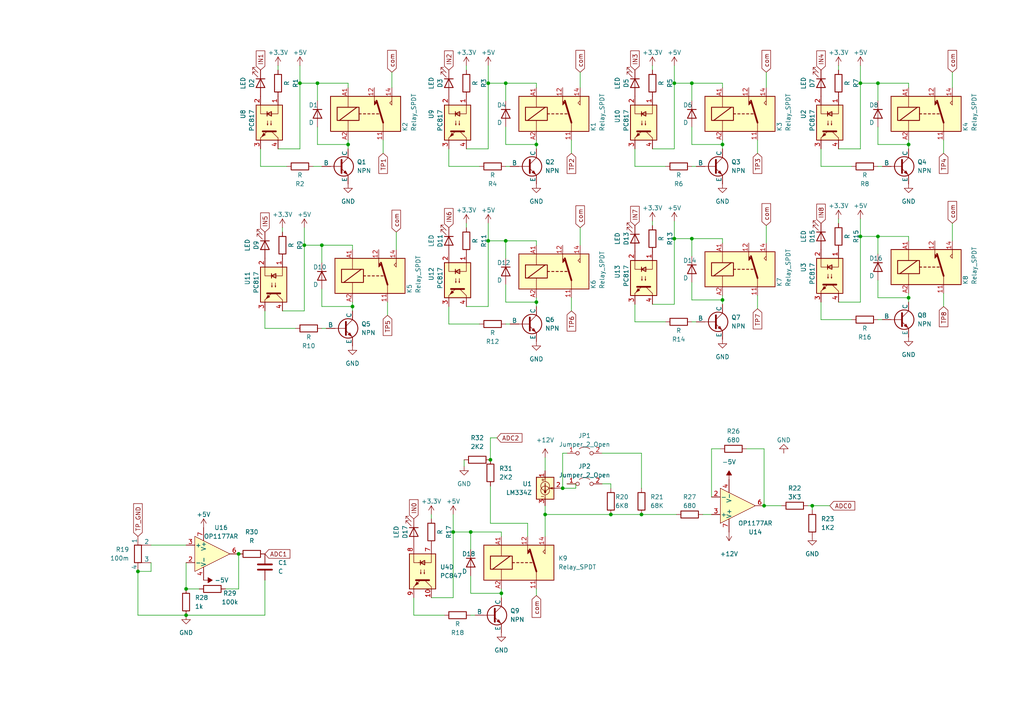
<source format=kicad_sch>
(kicad_sch (version 20230121) (generator eeschema)
  (paper "A4")
  (lib_symbols
    (symbol "Amplifier_Operational:OP1177AR" (pin_names (offset 0.127))
      (property "Reference" "U" (at 5.08 5.08 0))
      (property "Value" "OP1177AR" (at 7.62 2.54 0))
      (symbol "OP1177AR_1_1"
        (pin no_connect line (at -5.08 0 0) (length 3.81) hide (name "NC") (number "1"))
        (pin input line (at -7.62 -2.54 0) (length 2.54) (name "-") (number "2"))
        (pin input line (at -7.62 2.54 0) (length 2.54) (name "+") (number "3"))
        (pin power_in line (at -2.54 -7.62 90) (length 3.81) (name "V-") (number "4"))
        (pin no_connect line (at 0 -2.54 90) (length 3.81) hide (name "NC") (number "5"))
        (pin output line (at 7.62 0 180) (length 2.54) (name "~") (number "6"))
        (pin power_in line (at -2.54 7.62 270) (length 3.81) (name "V+") (number "7"))
        (pin no_connect line (at 0 2.54 270) (length 3.81) hide (name "NC") (number "8"))
      )
    )
    (symbol "Device:C" (pin_numbers hide) (pin_names (offset 0.254))
      (property "Reference" "C" (at 0.635 2.54 0))
      (property "Value" "C" (at 0.635 -2.54 0))
      (symbol "C_1_1"
        (pin passive line (at 0 3.81 270) (length 2.794) (name "~") (number "1"))
        (pin passive line (at 0 -3.81 90) (length 2.794) (name "~") (number "2"))
      )
    )
    (symbol "Device:D" (pin_numbers hide) (pin_names (offset 1.016) hide)
      (property "Reference" "D" (at 0 2.54 0))
      (property "Value" "D" (at 0 -2.54 0))
      (symbol "D_1_1"
        (pin passive line (at -3.81 0 0) (length 2.54) (name "K") (number "1"))
        (pin passive line (at 3.81 0 180) (length 2.54) (name "A") (number "2"))
      )
    )
    (symbol "Device:LED" (pin_numbers hide) (pin_names (offset 1.016) hide)
      (property "Reference" "D" (at 0 2.54 0))
      (property "Value" "LED" (at 0 -2.54 0))
      (symbol "LED_1_1"
        (pin passive line (at -3.81 0 0) (length 2.54) (name "K") (number "1"))
        (pin passive line (at 3.81 0 180) (length 2.54) (name "A") (number "2"))
      )
    )
    (symbol "Device:R" (pin_numbers hide) (pin_names (offset 0))
      (property "Reference" "R" (at 2.032 0 90))
      (property "Value" "R" (at 0 0 90))
      (symbol "R_1_1"
        (pin passive line (at 0 3.81 270) (length 1.27) (name "~") (number "1"))
        (pin passive line (at 0 -3.81 90) (length 1.27) (name "~") (number "2"))
      )
    )
    (symbol "Device:R_Shunt" (pin_numbers hide) (pin_names (offset 0))
      (property "Reference" "R" (at -4.445 0 90))
      (property "Value" "R_Shunt" (at -2.54 0 90))
      (symbol "R_Shunt_1_1"
        (pin passive line (at 0 5.08 270) (length 2.54) (name "1") (number "1"))
        (pin passive line (at 3.81 2.54 180) (length 2.54) (name "2") (number "2"))
        (pin passive line (at 3.81 -2.54 180) (length 2.54) (name "3") (number "3"))
        (pin passive line (at 0 -5.08 90) (length 2.54) (name "4") (number "4"))
      )
    )
    (symbol "Isolator:PC817" (pin_names (offset 1.016))
      (property "Reference" "U" (at -5.08 5.08 0))
      (property "Value" "PC817" (at 0 5.08 0))
      (symbol "PC817_1_1"
        (pin passive line (at -7.62 2.54 0) (length 2.54) (name "~") (number "1"))
        (pin passive line (at -7.62 -2.54 0) (length 2.54) (name "~") (number "2"))
        (pin passive line (at 7.62 -2.54 180) (length 2.54) (name "~") (number "3"))
        (pin passive line (at 7.62 2.54 180) (length 2.54) (name "~") (number "4"))
      )
    )
    (symbol "Isolator:PC847" (pin_names (offset 1.016))
      (property "Reference" "U" (at -5.08 5.08 0))
      (property "Value" "PC847" (at 0 5.08 0))
      (symbol "PC847_1_1"
        (pin passive line (at -7.62 2.54 0) (length 2.54) (name "~") (number "1"))
        (pin passive line (at 7.62 -2.54 180) (length 2.54) (name "~") (number "15"))
        (pin passive line (at 7.62 2.54 180) (length 2.54) (name "~") (number "16"))
        (pin passive line (at -7.62 -2.54 0) (length 2.54) (name "~") (number "2"))
      )
      (symbol "PC847_2_1"
        (pin passive line (at 7.62 -2.54 180) (length 2.54) (name "~") (number "13"))
        (pin passive line (at 7.62 2.54 180) (length 2.54) (name "~") (number "14"))
        (pin passive line (at -7.62 2.54 0) (length 2.54) (name "~") (number "3"))
        (pin passive line (at -7.62 -2.54 0) (length 2.54) (name "~") (number "4"))
      )
      (symbol "PC847_3_1"
        (pin passive line (at 7.62 -2.54 180) (length 2.54) (name "~") (number "11"))
        (pin passive line (at 7.62 2.54 180) (length 2.54) (name "~") (number "12"))
        (pin passive line (at -7.62 2.54 0) (length 2.54) (name "~") (number "5"))
        (pin passive line (at -7.62 -2.54 0) (length 2.54) (name "~") (number "6"))
      )
      (symbol "PC847_4_1"
        (pin passive line (at 7.62 2.54 180) (length 2.54) (name "~") (number "10"))
        (pin passive line (at -7.62 2.54 0) (length 2.54) (name "~") (number "7"))
        (pin passive line (at -7.62 -2.54 0) (length 2.54) (name "~") (number "8"))
        (pin passive line (at 7.62 -2.54 180) (length 2.54) (name "~") (number "9"))
      )
    )
    (symbol "Jumper:Jumper_2_Open" (pin_names (offset 0) hide)
      (property "Reference" "JP" (at 0 2.794 0))
      (property "Value" "Jumper_2_Open" (at 0 -2.286 0))
      (symbol "Jumper_2_Open_1_1"
        (pin passive line (at -5.08 0 0) (length 2.54) (name "A") (number "1"))
        (pin passive line (at 5.08 0 180) (length 2.54) (name "B") (number "2"))
      )
    )
    (symbol "Reference_Current:LM334Z"
      (property "Reference" "U" (at 0.635 6.35 0))
      (property "Value" "LM334Z" (at 0.635 4.445 0))
      (symbol "LM334Z_1_1"
        (pin passive line (at 0 5.08 270) (length 2.54) (name "~") (number "1"))
        (pin passive line (at 5.08 0 180) (length 2.54) (name "~") (number "2"))
        (pin passive line (at 0 -5.08 90) (length 2.54) (name "~") (number "3"))
      )
    )
    (symbol "Relay:Relay_SPDT"
      (property "Reference" "K" (at 11.43 3.81 0))
      (property "Value" "Relay_SPDT" (at 11.43 1.27 0))
      (symbol "Relay_SPDT_1_1"
        (pin passive line (at 5.08 -7.62 90) (length 2.54) (name "~") (number "11"))
        (pin passive line (at 2.54 7.62 270) (length 2.54) (name "~") (number "12"))
        (pin passive line (at 7.62 7.62 270) (length 2.54) (name "~") (number "14"))
        (pin passive line (at -5.08 7.62 270) (length 2.54) (name "~") (number "A1"))
        (pin passive line (at -5.08 -7.62 90) (length 2.54) (name "~") (number "A2"))
      )
    )
    (symbol "Simulation_SPICE:NPN" (pin_numbers hide) (pin_names (offset 0))
      (property "Reference" "Q" (at -2.54 7.62 0))
      (property "Value" "NPN" (at -2.54 5.08 0))
      (symbol "NPN_1_1"
        (pin open_collector line (at 2.54 5.08 270) (length 2.54) (name "C") (number "1"))
        (pin input line (at -5.08 0 0) (length 2.54) (name "B") (number "2"))
        (pin open_emitter line (at 2.54 -5.08 90) (length 2.54) (name "E") (number "3"))
      )
    )
    (symbol "bluepill:BP" (pin_names (offset 1.016))
      (property "Reference" "U" (at -12.7 22.86 0))
      (property "Value" "BP" (at 7.62 -24.13 0))
      (symbol "BP_1_1"
        (pin power_out line (at 0 26.67 270) (length 5.08) (name "3.3V") (number "3V3"))
        (pin power_out line (at 3.81 26.67 270) (length 5.08) (name "5V") (number "5V"))
        (pin input line (at -3.81 -26.67 90) (length 5.08) (name "BOOT0") (number "BOOT"))
        (pin power_out line (at 3.81 -26.67 90) (length 5.08) (name "GND") (number "G"))
        (pin input line (at -19.05 -20.32 0) (length 5.08) (name "RESET") (number "NRST"))
        (pin bidirectional line (at -19.05 12.7 0) (length 5.08) (name "PA0") (number "PA0"))
        (pin bidirectional line (at -19.05 10.16 0) (length 5.08) (name "PA1") (number "PA1"))
        (pin bidirectional line (at 19.05 -5.08 180) (length 5.08) (name "PA10") (number "PA10"))
        (pin bidirectional line (at 19.05 -2.54 180) (length 5.08) (name "PA11") (number "PA11"))
        (pin bidirectional line (at 19.05 0 180) (length 5.08) (name "PA12") (number "PA12"))
        (pin bidirectional line (at 19.05 2.54 180) (length 5.08) (name "PA15") (number "PA15"))
        (pin bidirectional line (at -19.05 7.62 0) (length 5.08) (name "PA2") (number "PA2"))
        (pin bidirectional line (at -19.05 5.08 0) (length 5.08) (name "PA3") (number "PA3"))
        (pin bidirectional line (at -19.05 2.54 0) (length 5.08) (name "PA4") (number "PA4"))
        (pin bidirectional line (at -19.05 0 0) (length 5.08) (name "PA5") (number "PA5"))
        (pin bidirectional line (at -19.05 -2.54 0) (length 5.08) (name "PA6") (number "PA6"))
        (pin bidirectional line (at -19.05 -5.08 0) (length 5.08) (name "PA7") (number "PA7"))
        (pin bidirectional line (at 19.05 -10.16 180) (length 5.08) (name "PA8") (number "PA8"))
        (pin bidirectional line (at 19.05 -7.62 180) (length 5.08) (name "PA9") (number "PA9"))
        (pin bidirectional line (at -19.05 -7.62 0) (length 5.08) (name "PB0") (number "PB0"))
        (pin bidirectional line (at -19.05 -10.16 0) (length 5.08) (name "PB1") (number "PB1"))
        (pin bidirectional line (at -19.05 -12.7 0) (length 5.08) (name "PB10") (number "PB10"))
        (pin bidirectional line (at -19.05 -15.24 0) (length 5.08) (name "PB11") (number "PB11"))
        (pin bidirectional line (at 19.05 -20.32 180) (length 5.08) (name "PB12") (number "PB12"))
        (pin bidirectional line (at 19.05 -17.78 180) (length 5.08) (name "PB13") (number "PB13"))
        (pin bidirectional line (at 19.05 -15.24 180) (length 5.08) (name "PB14") (number "PB14"))
        (pin bidirectional line (at 19.05 -12.7 180) (length 5.08) (name "PB15") (number "PB15"))
        (pin input line (at -1.27 -26.67 90) (length 5.08) (name "BOOT1") (number "PB2"))
        (pin bidirectional line (at 19.05 5.08 180) (length 5.08) (name "PB3") (number "PB3"))
        (pin bidirectional line (at 19.05 7.62 180) (length 5.08) (name "PB4") (number "PB4"))
        (pin bidirectional line (at 19.05 10.16 180) (length 5.08) (name "PB5") (number "PB5"))
        (pin bidirectional line (at 19.05 12.7 180) (length 5.08) (name "PB6") (number "PB6"))
        (pin bidirectional line (at 19.05 15.24 180) (length 5.08) (name "PB7") (number "PB7"))
        (pin bidirectional line (at 19.05 17.78 180) (length 5.08) (name "PB8") (number "PB8"))
        (pin bidirectional line (at 19.05 20.32 180) (length 5.08) (name "PB9") (number "PB9"))
        (pin bidirectional line (at -19.05 20.32 0) (length 5.08) (name "PC13") (number "PC13"))
        (pin bidirectional line (at -19.05 17.78 0) (length 5.08) (name "PC14") (number "PC14"))
        (pin bidirectional line (at -19.05 15.24 0) (length 5.08) (name "PC15") (number "PC15"))
        (pin power_in line (at -3.81 26.67 270) (length 5.08) (name "Vbat") (number "VBAT"))
      )
    )
    (symbol "power:+12V" (power) (pin_names (offset 0))
      (property "Value" "+12V" (at 0 3.556 0))
      (symbol "+12V_1_1"
        (pin power_in line (at 0 0 90) (length 0) hide (name "+12V") (number "1"))
      )
    )
    (symbol "power:+3.3V" (power) (pin_names (offset 0))
      (property "Value" "+3.3V" (at 0 3.556 0))
      (symbol "+3.3V_1_1"
        (pin power_in line (at 0 0 90) (length 0) hide (name "+3.3V") (number "1"))
      )
    )
    (symbol "power:+5V" (power) (pin_names (offset 0))
      (property "Value" "+5V" (at 0 3.556 0))
      (symbol "+5V_1_1"
        (pin power_in line (at 0 0 90) (length 0) hide (name "+5V") (number "1"))
      )
    )
    (symbol "power:-5V" (power) (pin_names (offset 0))
      (property "Value" "-5V" (at 0 3.81 0))
      (symbol "-5V_0_0"
        (pin power_in line (at 0 0 90) (length 0) hide (name "-5V") (number "1"))
      )
    )
    (symbol "power:GND" (power) (pin_names (offset 0))
      (property "Value" "GND" (at 0 -3.81 0))
      (symbol "GND_1_1"
        (pin power_in line (at 0 0 270) (length 0) hide (name "GND") (number "1"))
      )
    )
  )
  (junction (at 221.615 146.685))
  (junction (at 254.635 24.13))
  (junction (at 177.165 149.225))
  (junction (at 40.005 165.735))
  (junction (at 263.525 86.36))
  (junction (at 142.24 133.35))
  (junction (at 146.685 69.85))
  (junction (at 136.525 154.305))
  (junction (at 145.415 172.085))
  (junction (at 100.965 41.91))
  (junction (at 146.685 24.13))
  (junction (at 195.58 24.13))
  (junction (at 186.055 149.225))
  (junction (at 195.58 69.215))
  (junction (at 235.585 146.685))
  (junction (at 249.555 68.58))
  (junction (at 131.445 154.305))
  (junction (at 141.605 69.85))
  (junction (at 69.215 160.655))
  (junction (at 209.55 41.91))
  (junction (at 141.605 24.13))
  (junction (at 263.525 41.91))
  (junction (at 163.195 141.605))
  (junction (at 200.66 24.13))
  (junction (at 86.995 24.13))
  (junction (at 53.975 178.435))
  (junction (at 254.635 68.58))
  (junction (at 158.115 149.225))
  (junction (at 53.975 170.815))
  (junction (at 209.55 86.995))
  (junction (at 92.075 24.13))
  (junction (at 249.555 24.13))
  (junction (at 88.265 71.12))
  (junction (at 155.575 87.63))
  (junction (at 102.235 88.9))
  (junction (at 93.345 71.12))
  (junction (at 200.66 69.215))
  (junction (at 155.575 41.91))
  (wire (pts (xy 141.605 24.13) (xy 146.685 24.13)))
  (wire (pts (xy 254.635 36.83) (xy 254.635 41.91)))
  (wire (pts (xy 135.255 43.18) (xy 141.605 43.18)))
  (wire (pts (xy 146.685 41.91) (xy 155.575 41.91)))
  (wire (pts (xy 134.62 135.255) (xy 134.62 133.35)))
  (wire (pts (xy 141.605 88.9) (xy 141.605 69.85)))
  (wire (pts (xy 135.255 88.9) (xy 141.605 88.9)))
  (wire (pts (xy 235.585 147.955) (xy 235.585 146.685)))
  (wire (pts (xy 93.345 95.25) (xy 94.615 95.25)))
  (wire (pts (xy 80.645 43.18) (xy 86.995 43.18)))
  (wire (pts (xy 167.005 140.335) (xy 167.005 141.605)))
  (wire (pts (xy 158.115 149.225) (xy 158.115 155.575)))
  (wire (pts (xy 146.685 24.13) (xy 155.575 24.13)))
  (wire (pts (xy 158.115 149.225) (xy 177.165 149.225)))
  (wire (pts (xy 164.465 131.445) (xy 163.195 131.445)))
  (wire (pts (xy 184.15 88.265) (xy 184.15 93.345)))
  (wire (pts (xy 195.58 43.18) (xy 195.58 24.13)))
  (wire (pts (xy 249.555 68.58) (xy 254.635 68.58)))
  (wire (pts (xy 243.205 87.63) (xy 249.555 87.63)))
  (wire (pts (xy 200.66 41.91) (xy 209.55 41.91)))
  (wire (pts (xy 141.605 19.05) (xy 141.605 24.13)))
  (wire (pts (xy 254.635 68.58) (xy 263.525 68.58)))
  (wire (pts (xy 254.635 48.26) (xy 255.905 48.26)))
  (wire (pts (xy 130.175 48.26) (xy 139.065 48.26)))
  (wire (pts (xy 43.815 163.195) (xy 43.815 165.735)))
  (wire (pts (xy 222.25 65.405) (xy 222.25 70.485)))
  (wire (pts (xy 88.265 66.04) (xy 88.265 71.12)))
  (wire (pts (xy 131.445 154.305) (xy 136.525 154.305)))
  (wire (pts (xy 135.255 19.05) (xy 135.255 20.32)))
  (wire (pts (xy 88.265 71.12) (xy 93.345 71.12)))
  (wire (pts (xy 203.835 149.225) (xy 206.375 149.225)))
  (wire (pts (xy 146.685 82.55) (xy 146.685 87.63)))
  (wire (pts (xy 254.635 29.21) (xy 254.635 24.13)))
  (wire (pts (xy 200.66 48.26) (xy 201.93 48.26)))
  (wire (pts (xy 100.965 24.13) (xy 100.965 25.4)))
  (wire (pts (xy 81.915 90.17) (xy 88.265 90.17)))
  (wire (pts (xy 102.235 71.12) (xy 102.235 72.39)))
  (wire (pts (xy 276.225 20.955) (xy 276.225 25.4)))
  (wire (pts (xy 93.345 76.2) (xy 93.345 71.12)))
  (wire (pts (xy 206.375 130.175) (xy 208.915 130.175)))
  (wire (pts (xy 102.235 87.63) (xy 102.235 88.9)))
  (wire (pts (xy 40.005 178.435) (xy 53.975 178.435)))
  (wire (pts (xy 243.205 63.5) (xy 243.205 64.77)))
  (wire (pts (xy 254.635 86.36) (xy 263.525 86.36)))
  (wire (pts (xy 145.415 172.085) (xy 145.415 173.355)))
  (wire (pts (xy 209.55 41.91) (xy 209.55 43.18)))
  (wire (pts (xy 209.55 86.995) (xy 209.55 88.265)))
  (wire (pts (xy 249.555 24.13) (xy 254.635 24.13)))
  (wire (pts (xy 254.635 41.91) (xy 263.525 41.91)))
  (wire (pts (xy 75.565 48.26) (xy 83.185 48.26)))
  (wire (pts (xy 155.575 40.64) (xy 155.575 41.91)))
  (wire (pts (xy 168.275 20.955) (xy 168.275 25.4)))
  (wire (pts (xy 90.805 48.26) (xy 93.345 48.26)))
  (wire (pts (xy 155.575 41.91) (xy 155.575 43.18)))
  (wire (pts (xy 92.075 36.83) (xy 92.075 41.91)))
  (wire (pts (xy 100.965 41.91) (xy 100.965 43.18)))
  (wire (pts (xy 93.345 71.12) (xy 102.235 71.12)))
  (wire (pts (xy 195.58 88.265) (xy 195.58 69.215)))
  (wire (pts (xy 141.605 64.77) (xy 141.605 69.85)))
  (wire (pts (xy 200.66 69.215) (xy 209.55 69.215)))
  (wire (pts (xy 184.15 93.345) (xy 193.04 93.345)))
  (wire (pts (xy 146.685 93.98) (xy 147.955 93.98)))
  (wire (pts (xy 76.835 90.17) (xy 76.835 95.25)))
  (wire (pts (xy 86.995 24.13) (xy 92.075 24.13)))
  (wire (pts (xy 125.095 173.355) (xy 131.445 173.355)))
  (wire (pts (xy 145.415 170.815) (xy 145.415 172.085)))
  (wire (pts (xy 153.035 155.575) (xy 153.035 151.765)))
  (wire (pts (xy 221.615 130.175) (xy 216.535 130.175)))
  (wire (pts (xy 174.625 140.335) (xy 177.165 140.335)))
  (wire (pts (xy 130.175 93.98) (xy 139.065 93.98)))
  (wire (pts (xy 254.635 73.66) (xy 254.635 68.58)))
  (wire (pts (xy 200.66 81.915) (xy 200.66 86.995)))
  (wire (pts (xy 184.15 48.26) (xy 193.04 48.26)))
  (wire (pts (xy 186.055 131.445) (xy 174.625 131.445)))
  (wire (pts (xy 200.66 86.995) (xy 209.55 86.995)))
  (wire (pts (xy 155.575 87.63) (xy 155.575 88.9)))
  (wire (pts (xy 221.615 130.175) (xy 221.615 146.685)))
  (wire (pts (xy 195.58 64.135) (xy 195.58 69.215)))
  (wire (pts (xy 136.525 172.085) (xy 145.415 172.085)))
  (wire (pts (xy 238.125 92.71) (xy 247.015 92.71)))
  (wire (pts (xy 100.965 40.64) (xy 100.965 41.91)))
  (wire (pts (xy 130.175 43.18) (xy 130.175 48.26)))
  (wire (pts (xy 120.015 173.355) (xy 120.015 178.435)))
  (wire (pts (xy 273.685 40.64) (xy 273.685 44.45)))
  (wire (pts (xy 243.205 43.18) (xy 249.555 43.18)))
  (wire (pts (xy 75.565 43.18) (xy 75.565 48.26)))
  (wire (pts (xy 206.375 144.145) (xy 206.375 130.175)))
  (wire (pts (xy 146.685 69.85) (xy 155.575 69.85)))
  (wire (pts (xy 263.525 41.91) (xy 263.525 43.18)))
  (wire (pts (xy 163.195 131.445) (xy 163.195 141.605)))
  (wire (pts (xy 112.395 87.63) (xy 112.395 91.44)))
  (wire (pts (xy 189.23 64.135) (xy 189.23 65.405)))
  (wire (pts (xy 189.23 19.05) (xy 189.23 20.32)))
  (wire (pts (xy 141.605 69.85) (xy 146.685 69.85)))
  (wire (pts (xy 146.685 48.26) (xy 147.955 48.26)))
  (wire (pts (xy 92.075 41.91) (xy 100.965 41.91)))
  (wire (pts (xy 249.555 43.18) (xy 249.555 24.13)))
  (wire (pts (xy 219.71 40.64) (xy 219.71 44.45)))
  (wire (pts (xy 43.815 165.735) (xy 40.005 165.735)))
  (wire (pts (xy 167.005 140.335) (xy 164.465 140.335)))
  (wire (pts (xy 81.915 66.04) (xy 81.915 67.31)))
  (wire (pts (xy 141.605 43.18) (xy 141.605 24.13)))
  (wire (pts (xy 238.125 48.26) (xy 247.015 48.26)))
  (wire (pts (xy 177.165 140.335) (xy 177.165 141.605)))
  (wire (pts (xy 92.075 29.21) (xy 92.075 24.13)))
  (wire (pts (xy 111.125 40.64) (xy 111.125 44.45)))
  (wire (pts (xy 263.525 68.58) (xy 263.525 69.85)))
  (wire (pts (xy 189.23 88.265) (xy 195.58 88.265)))
  (wire (pts (xy 135.255 64.77) (xy 135.255 66.04)))
  (wire (pts (xy 146.685 87.63) (xy 155.575 87.63)))
  (wire (pts (xy 120.015 178.435) (xy 128.905 178.435)))
  (wire (pts (xy 222.25 20.955) (xy 222.25 25.4)))
  (wire (pts (xy 186.055 149.225) (xy 196.215 149.225)))
  (wire (pts (xy 43.815 158.115) (xy 53.975 158.115)))
  (wire (pts (xy 209.55 69.215) (xy 209.55 70.485)))
  (wire (pts (xy 235.585 146.685) (xy 240.665 146.685)))
  (wire (pts (xy 69.215 170.815) (xy 69.215 160.655)))
  (wire (pts (xy 263.525 85.09) (xy 263.525 86.36)))
  (wire (pts (xy 254.635 81.28) (xy 254.635 86.36)))
  (wire (pts (xy 114.935 67.31) (xy 114.935 72.39)))
  (wire (pts (xy 136.525 154.305) (xy 145.415 154.305)))
  (wire (pts (xy 167.005 141.605) (xy 163.195 141.605)))
  (wire (pts (xy 125.095 149.225) (xy 125.095 150.495)))
  (wire (pts (xy 263.525 24.13) (xy 263.525 25.4)))
  (wire (pts (xy 146.685 74.93) (xy 146.685 69.85)))
  (wire (pts (xy 136.525 159.385) (xy 136.525 154.305)))
  (wire (pts (xy 53.975 163.195) (xy 53.975 170.815)))
  (wire (pts (xy 184.15 43.18) (xy 184.15 48.26)))
  (wire (pts (xy 209.55 40.64) (xy 209.55 41.91)))
  (wire (pts (xy 93.345 83.82) (xy 93.345 88.9)))
  (wire (pts (xy 209.55 24.13) (xy 209.55 25.4)))
  (wire (pts (xy 200.66 36.83) (xy 200.66 41.91)))
  (wire (pts (xy 92.075 24.13) (xy 100.965 24.13)))
  (wire (pts (xy 238.125 43.18) (xy 238.125 48.26)))
  (wire (pts (xy 80.645 19.05) (xy 80.645 20.32)))
  (wire (pts (xy 177.165 149.225) (xy 186.055 149.225)))
  (wire (pts (xy 186.055 141.605) (xy 186.055 131.445)))
  (wire (pts (xy 142.24 127) (xy 142.24 133.35)))
  (wire (pts (xy 200.66 74.295) (xy 200.66 69.215)))
  (wire (pts (xy 155.575 69.85) (xy 155.575 71.12)))
  (wire (pts (xy 200.66 29.21) (xy 200.66 24.13)))
  (wire (pts (xy 57.785 170.815) (xy 53.975 170.815)))
  (wire (pts (xy 249.555 19.05) (xy 249.555 24.13)))
  (wire (pts (xy 76.835 168.275) (xy 76.835 178.435)))
  (wire (pts (xy 254.635 24.13) (xy 263.525 24.13)))
  (wire (pts (xy 249.555 63.5) (xy 249.555 68.58)))
  (wire (pts (xy 219.71 85.725) (xy 219.71 89.535)))
  (wire (pts (xy 276.225 64.77) (xy 276.225 69.85)))
  (wire (pts (xy 254.635 92.71) (xy 255.905 92.71)))
  (wire (pts (xy 76.835 178.435) (xy 53.975 178.435)))
  (wire (pts (xy 195.58 19.05) (xy 195.58 24.13)))
  (wire (pts (xy 86.995 43.18) (xy 86.995 24.13)))
  (wire (pts (xy 263.525 86.36) (xy 263.525 87.63)))
  (wire (pts (xy 165.735 86.36) (xy 165.735 90.17)))
  (wire (pts (xy 142.24 151.765) (xy 153.035 151.765)))
  (wire (pts (xy 102.235 88.9) (xy 102.235 90.17)))
  (wire (pts (xy 76.835 95.25) (xy 85.725 95.25)))
  (wire (pts (xy 130.175 88.9) (xy 130.175 93.98)))
  (wire (pts (xy 158.115 146.685) (xy 158.115 149.225)))
  (wire (pts (xy 158.115 132.715) (xy 158.115 136.525)))
  (wire (pts (xy 200.66 93.345) (xy 201.93 93.345)))
  (wire (pts (xy 113.665 20.955) (xy 113.665 25.4)))
  (wire (pts (xy 273.685 85.09) (xy 273.685 88.9)))
  (wire (pts (xy 234.315 146.685) (xy 235.585 146.685)))
  (wire (pts (xy 155.575 86.36) (xy 155.575 87.63)))
  (wire (pts (xy 155.575 24.13) (xy 155.575 25.4)))
  (wire (pts (xy 131.445 149.225) (xy 131.445 154.305)))
  (wire (pts (xy 93.345 88.9) (xy 102.235 88.9)))
  (wire (pts (xy 65.405 170.815) (xy 69.215 170.815)))
  (wire (pts (xy 131.445 173.355) (xy 131.445 154.305)))
  (wire (pts (xy 263.525 40.64) (xy 263.525 41.91)))
  (wire (pts (xy 195.58 24.13) (xy 200.66 24.13)))
  (wire (pts (xy 221.615 146.685) (xy 226.695 146.685)))
  (wire (pts (xy 136.525 178.435) (xy 137.795 178.435)))
  (wire (pts (xy 243.205 19.05) (xy 243.205 20.32)))
  (wire (pts (xy 146.685 29.21) (xy 146.685 24.13)))
  (wire (pts (xy 189.23 43.18) (xy 195.58 43.18)))
  (wire (pts (xy 144.145 127) (xy 142.24 127)))
  (wire (pts (xy 88.265 90.17) (xy 88.265 71.12)))
  (wire (pts (xy 249.555 87.63) (xy 249.555 68.58)))
  (wire (pts (xy 136.525 167.005) (xy 136.525 172.085)))
  (wire (pts (xy 200.66 24.13) (xy 209.55 24.13)))
  (wire (pts (xy 165.735 40.64) (xy 165.735 44.45)))
  (wire (pts (xy 40.005 165.735) (xy 40.005 178.435)))
  (wire (pts (xy 209.55 85.725) (xy 209.55 86.995)))
  (wire (pts (xy 142.24 151.765) (xy 142.24 140.97)))
  (wire (pts (xy 145.415 154.305) (xy 145.415 155.575)))
  (wire (pts (xy 195.58 69.215) (xy 200.66 69.215)))
  (wire (pts (xy 155.575 172.72) (xy 155.575 170.815)))
  (wire (pts (xy 168.275 66.04) (xy 168.275 71.12)))
  (wire (pts (xy 146.685 36.83) (xy 146.685 41.91)))
  (wire (pts (xy 86.995 19.05) (xy 86.995 24.13)))
  (wire (pts (xy 238.125 87.63) (xy 238.125 92.71)))
  (global_label "IN1" (shape input) (at -12.7 3.81 0) (property "Intersheetrefs" "${INTERSHEET_REFS}" (effects hide)))
  (global_label "IN7" (shape input) (at -12.7 19.05 0) (property "Intersheetrefs" "${INTERSHEET_REFS}" (effects hide)))
  (global_label "TP1" (shape input) (at 111.125 44.45 270) (property "Intersheetrefs" "${INTERSHEET_REFS}" (effects hide)))
  (global_label "TP5" (shape input) (at 112.395 91.44 270) (property "Intersheetrefs" "${INTERSHEET_REFS}" (effects hide)))
  (global_label "IN4" (shape input) (at 238.125 20.32 90) (property "Intersheetrefs" "${INTERSHEET_REFS}" (effects hide)))
  (global_label "IN5" (shape input) (at -12.7 13.97 0) (property "Intersheetrefs" "${INTERSHEET_REFS}" (effects hide)))
  (global_label "com" (shape input) (at 276.225 20.955 90) (property "Intersheetrefs" "${INTERSHEET_REFS}" (effects hide)))
  (global_label "IN0" (shape input) (at -12.7 1.27 0) (property "Intersheetrefs" "${INTERSHEET_REFS}" (effects hide)))
  (global_label "IN6" (shape input) (at 130.175 66.04 90) (property "Intersheetrefs" "${INTERSHEET_REFS}" (effects hide)))
  (global_label "IN5" (shape input) (at 76.835 67.31 90) (property "Intersheetrefs" "${INTERSHEET_REFS}" (effects hide)))
  (global_label "ADC2" (shape input) (at 144.145 127 0) (property "Intersheetrefs" "${INTERSHEET_REFS}" (effects hide)))
  (global_label "com" (shape input) (at 114.935 67.31 90) (property "Intersheetrefs" "${INTERSHEET_REFS}" (effects hide)))
  (global_label "IN8" (shape input) (at -12.7 21.59 0) (property "Intersheetrefs" "${INTERSHEET_REFS}" (effects hide)))
  (global_label "IN2" (shape input) (at -12.7 6.35 0) (property "Intersheetrefs" "${INTERSHEET_REFS}" (effects hide)))
  (global_label "com" (shape input) (at 113.665 20.955 90) (property "Intersheetrefs" "${INTERSHEET_REFS}" (effects hide)))
  (global_label "IN2" (shape input) (at 130.175 20.32 90) (property "Intersheetrefs" "${INTERSHEET_REFS}" (effects hide)))
  (global_label "ADC0" (shape input) (at 240.665 146.685 0) (property "Intersheetrefs" "${INTERSHEET_REFS}" (effects hide)))
  (global_label "IN7" (shape input) (at 184.15 65.405 90) (property "Intersheetrefs" "${INTERSHEET_REFS}" (effects hide)))
  (global_label "IN6" (shape input) (at -12.7 16.51 0) (property "Intersheetrefs" "${INTERSHEET_REFS}" (effects hide)))
  (global_label "IN0" (shape input) (at 120.015 150.495 90) (property "Intersheetrefs" "${INTERSHEET_REFS}" (effects hide)))
  (global_label "IN3" (shape input) (at -12.7 8.89 0) (property "Intersheetrefs" "${INTERSHEET_REFS}" (effects hide)))
  (global_label "com" (shape input) (at 222.25 65.405 90) (property "Intersheetrefs" "${INTERSHEET_REFS}" (effects hide)))
  (global_label "ADC1" (shape input) (at 76.835 160.655 0) (property "Intersheetrefs" "${INTERSHEET_REFS}" (effects hide)))
  (global_label "TP_GND" (shape input) (at 40.005 155.575 90) (property "Intersheetrefs" "${INTERSHEET_REFS}" (effects hide)))
  (global_label "com" (shape input) (at 155.575 172.72 270) (property "Intersheetrefs" "${INTERSHEET_REFS}" (effects hide)))
  (global_label "com" (shape input) (at 276.225 64.77 90) (property "Intersheetrefs" "${INTERSHEET_REFS}" (effects hide)))
  (global_label "TP2" (shape input) (at 165.735 44.45 270) (property "Intersheetrefs" "${INTERSHEET_REFS}" (effects hide)))
  (global_label "com" (shape input) (at 168.275 20.955 90) (property "Intersheetrefs" "${INTERSHEET_REFS}" (effects hide)))
  (global_label "TP7" (shape input) (at 219.71 89.535 270) (property "Intersheetrefs" "${INTERSHEET_REFS}" (effects hide)))
  (global_label "TP4" (shape input) (at 273.685 44.45 270) (property "Intersheetrefs" "${INTERSHEET_REFS}" (effects hide)))
  (global_label "IN4" (shape input) (at -12.7 11.43 0) (property "Intersheetrefs" "${INTERSHEET_REFS}" (effects hide)))
  (global_label "com" (shape input) (at 222.25 20.955 90) (property "Intersheetrefs" "${INTERSHEET_REFS}" (effects hide)))
  (global_label "TP8" (shape input) (at 273.685 88.9 270) (property "Intersheetrefs" "${INTERSHEET_REFS}" (effects hide)))
  (global_label "IN1" (shape input) (at 75.565 20.32 90) (property "Intersheetrefs" "${INTERSHEET_REFS}" (effects hide)))
  (global_label "com" (shape input) (at 168.275 66.04 90) (property "Intersheetrefs" "${INTERSHEET_REFS}" (effects hide)))
  (global_label "TP3" (shape input) (at 219.71 44.45 270) (property "Intersheetrefs" "${INTERSHEET_REFS}" (effects hide)))
  (global_label "IN3" (shape input) (at 184.15 20.32 90) (property "Intersheetrefs" "${INTERSHEET_REFS}" (effects hide)))
  (global_label "TP6" (shape input) (at 165.735 90.17 270) (property "Intersheetrefs" "${INTERSHEET_REFS}" (effects hide)))
  (global_label "IN8" (shape input) (at 238.125 64.77 90) (property "Intersheetrefs" "${INTERSHEET_REFS}" (effects hide)))
  (symbol (lib_id "Device:R") (at 250.825 92.71 270) (unit 1)
    (property "Reference" "R16" (at 250.825 97.79 90))
    (property "Value" "R" (at 250.825 95.25 90))
  )
  (symbol (lib_id "Device:R") (at 89.535 95.25 270) (unit 1)
    (property "Reference" "R10" (at 89.535 100.33 90))
    (property "Value" "R" (at 89.535 97.79 90))
  )
  (symbol (lib_id "Isolator:PC817") (at 240.665 35.56 270) (unit 1)
    (property "Reference" "U2" (at 233.045 31.75 0) (effects (justify left)))
    (property "Value" "PC817" (at 235.585 31.75 0) (effects (justify left)))
    (property "Footprint" "Package_DIP:DIP-4_W7.62mm" (effects hide))
    (property "Datasheet" "http://www.soselectronic.cz/a_info/resource/d/pc817.pdf" (effects hide))
  )
  (symbol (lib_id "Relay:Relay_SPDT") (at 107.315 80.01 0) (unit 1)
    (property "Reference" "K5" (at 118.745 85.09 90) (effects (justify left)))
    (property "Value" "Relay_SPDT" (at 121.285 85.09 90) (effects (justify left)))
  )
  (symbol (lib_id "power:+5V") (at 195.58 64.135 0) (unit 1)
    (property "Reference" "#PWR040" (effects hide))
    (property "Value" "+5V" (at 195.58 60.325 0))
  )
  (symbol (lib_id "Relay:Relay_SPDT") (at 160.655 78.74 0) (unit 1)
    (property "Reference" "K6" (at 172.085 83.82 90) (effects (justify left)))
    (property "Value" "Relay_SPDT" (at 174.625 83.82 90) (effects (justify left)))
  )
  (symbol (lib_id "Relay:Relay_SPDT") (at 106.045 33.02 0) (unit 1)
    (property "Reference" "K2" (at 117.475 38.1 90) (effects (justify left)))
    (property "Value" "Relay_SPDT" (at 120.015 38.1 90) (effects (justify left)))
  )
  (symbol (lib_id "Device:R") (at 135.255 69.85 0) (unit 1)
    (property "Reference" "R11" (at 140.335 69.85 90))
    (property "Value" "R" (at 137.795 69.85 90))
  )
  (symbol (lib_id "Device:LED") (at 238.125 24.13 270) (unit 1)
    (property "Reference" "D7" (at 235.585 24.13 0))
    (property "Value" "LED" (at 233.045 24.13 0))
  )
  (symbol (lib_id "Device:D") (at 93.345 80.01 270) (unit 1)
    (property "Reference" "D10" (at 90.805 77.47 90) (effects (justify left)))
    (property "Value" "D" (at 90.805 82.55 90) (effects (justify left)))
    (property "Sim.Device" "D" (effects hide))
    (property "Sim.Pins" "1=K 2=A" (effects hide))
  )
  (symbol (lib_id "power:+3.3V") (at 243.205 63.5 0) (unit 1)
    (property "Reference" "#PWR041" (effects hide))
    (property "Value" "+3.3V" (at 243.205 59.69 0))
  )
  (symbol (lib_id "power:+3.3V") (at 135.255 64.77 0) (unit 1)
    (property "Reference" "#PWR037" (effects hide))
    (property "Value" "+3.3V" (at 135.255 60.96 0))
  )
  (symbol (lib_id "Isolator:PC817") (at 186.69 80.645 270) (unit 1)
    (property "Reference" "U13" (at 179.07 76.835 0) (effects (justify left)))
    (property "Value" "PC817" (at 181.61 76.835 0) (effects (justify left)))
    (property "Footprint" "Package_DIP:DIP-4_W7.62mm" (effects hide))
    (property "Datasheet" "http://www.soselectronic.cz/a_info/resource/d/pc817.pdf" (effects hide))
  )
  (symbol (lib_id "Device:R") (at 132.715 178.435 270) (unit 1)
    (property "Reference" "R18" (at 132.715 183.515 90))
    (property "Value" "R" (at 132.715 180.975 90))
  )
  (symbol (lib_id "power:+3.3V") (at 81.915 66.04 0) (unit 1)
    (property "Reference" "#PWR035" (effects hide))
    (property "Value" "+3.3V" (at 81.915 62.23 0))
  )
  (symbol (lib_id "Device:D") (at 200.66 78.105 270) (unit 1)
    (property "Reference" "D14" (at 198.12 75.565 90) (effects (justify left)))
    (property "Value" "D" (at 198.12 80.645 90) (effects (justify left)))
    (property "Sim.Device" "D" (effects hide))
    (property "Sim.Pins" "1=K 2=A" (effects hide))
  )
  (symbol (lib_id "power:GND") (at 209.55 53.34 0) (unit 1)
    (property "Reference" "#PWR03" (effects hide))
    (property "Value" "GND" (at 209.55 58.42 0))
  )
  (symbol (lib_id "bluepill:BP") (at -32.385 21.59 0) (unit 1)
    (property "Reference" "U6" (at -26.3809 -5.08 0) (effects (font (size 1.524 1.524)) (justify left)))
    (property "Value" "BP" (at -26.3809 -2.54 0) (effects (font (size 1.524 1.524)) (justify left)))
    (property "Footprint" "bluepill:blue_pill" (effects hide))
    (property "Datasheet" "https://www.electronicshub.org/getting-started-with-stm32f103c8t6-blue-pill/" (effects hide))
  )
  (symbol (lib_id "power:+3.3V") (at 189.23 19.05 0) (unit 1)
    (property "Reference" "#PWR031" (effects hide))
    (property "Value" "+3.3V" (at 189.23 15.24 0))
  )
  (symbol (lib_id "power:GND") (at 53.975 178.435 0) (unit 1)
    (property "Reference" "#PWR021" (effects hide))
    (property "Value" "GND" (at 53.975 183.515 0))
  )
  (symbol (lib_id "Device:LED") (at 75.565 24.13 270) (unit 1)
    (property "Reference" "D2" (at 73.025 24.13 0))
    (property "Value" "LED" (at 70.485 24.13 0))
  )
  (symbol (lib_id "Device:D") (at 146.685 33.02 270) (unit 1)
    (property "Reference" "D4" (at 144.145 30.48 90) (effects (justify left)))
    (property "Value" "D" (at 144.145 35.56 90) (effects (justify left)))
    (property "Sim.Device" "D" (effects hide))
    (property "Sim.Pins" "1=K 2=A" (effects hide))
  )
  (symbol (lib_id "Device:R") (at 250.825 48.26 270) (unit 1)
    (property "Reference" "R8" (at 250.825 53.34 90))
    (property "Value" "R" (at 250.825 50.8 90))
  )
  (symbol (lib_id "Device:LED") (at 238.125 68.58 270) (unit 1)
    (property "Reference" "D15" (at 235.585 68.58 0))
    (property "Value" "LED" (at 233.045 68.58 0))
  )
  (symbol (lib_id "power:-5V") (at 59.055 168.275 270) (unit 1)
    (property "Reference" "#PWR046" (effects hide))
    (property "Value" "-5V" (at 62.23 168.275 90) (effects (justify left)))
  )
  (symbol (lib_id "power:+3.3V") (at 80.645 19.05 0) (unit 1)
    (property "Reference" "#PWR027" (effects hide))
    (property "Value" "+3.3V" (at 80.645 15.24 0))
  )
  (symbol (lib_id "Device:D") (at 254.635 77.47 270) (unit 1)
    (property "Reference" "D16" (at 252.095 74.93 90) (effects (justify left)))
    (property "Value" "D" (at 252.095 80.01 90) (effects (justify left)))
    (property "Sim.Device" "D" (effects hide))
    (property "Sim.Pins" "1=K 2=A" (effects hide))
  )
  (symbol (lib_id "Device:R") (at 142.875 48.26 270) (unit 1)
    (property "Reference" "R4" (at 142.875 53.34 90))
    (property "Value" "R" (at 142.875 50.8 90))
  )
  (symbol (lib_id "Device:R_Shunt") (at 40.005 160.655 0) (unit 1)
    (property "Reference" "R19" (at 37.465 159.385 0) (effects (justify right)))
    (property "Value" "100m" (at 37.465 161.925 0) (effects (justify right)))
  )
  (symbol (lib_id "power:GND") (at -28.575 48.26 0) (unit 1)
    (property "Reference" "#PWR043" (effects hide))
    (property "Value" "GND" (at -28.575 54.61 0))
  )
  (symbol (lib_id "power:+5V") (at 86.995 19.05 0) (unit 1)
    (property "Reference" "#PWR028" (effects hide))
    (property "Value" "+5V" (at 86.995 15.24 0))
  )
  (symbol (lib_id "Device:LED") (at 130.175 69.85 270) (unit 1)
    (property "Reference" "D11" (at 127.635 69.85 0))
    (property "Value" "LED" (at 125.095 69.85 0))
  )
  (symbol (lib_id "Device:R") (at 243.205 68.58 0) (unit 1)
    (property "Reference" "R15" (at 248.285 68.58 90))
    (property "Value" "R" (at 245.745 68.58 90))
  )
  (symbol (lib_id "Device:LED") (at 184.15 24.13 270) (unit 1)
    (property "Reference" "D5" (at 181.61 24.13 0))
    (property "Value" "LED" (at 179.07 24.13 0))
  )
  (symbol (lib_id "Device:R") (at 81.915 71.12 0) (unit 1)
    (property "Reference" "R9" (at 86.995 71.12 90))
    (property "Value" "R" (at 84.455 71.12 90))
  )
  (symbol (lib_id "power:+3.3V") (at 135.255 19.05 0) (unit 1)
    (property "Reference" "#PWR029" (effects hide))
    (property "Value" "+3.3V" (at 135.255 15.24 0))
  )
  (symbol (lib_id "power:+5V") (at 88.265 66.04 0) (unit 1)
    (property "Reference" "#PWR036" (effects hide))
    (property "Value" "+5V" (at 88.265 62.23 0))
  )
  (symbol (lib_id "Device:R") (at 73.025 160.655 90) (unit 1)
    (property "Reference" "R30" (at 73.025 154.305 90))
    (property "Value" "R" (at 73.025 156.845 90))
  )
  (symbol (lib_id "Amplifier_Operational:OP1177AR") (at 213.995 146.685 0) (mirror x) (unit 1)
    (property "Reference" "U14" (at 219.075 154.305 0))
    (property "Value" "OP1177AR" (at 219.075 151.765 0))
    (property "Footprint" "Package_SO:SOIC-8_3.9x4.9mm_P1.27mm" (effects hide))
    (property "Datasheet" "https://www.analog.com/media/en/technical-documentation/data-sheets/OP1177_2177_4177.pdf" (effects hide))
  )
  (symbol (lib_id "power:GND") (at 134.62 135.255 0) (unit 1)
    (property "Reference" "#PWR045" (effects hide))
    (property "Value" "GND" (at 134.62 140.335 0))
  )
  (symbol (lib_id "power:+12V") (at 211.455 154.305 180) (unit 1)
    (property "Reference" "#PWR019" (effects hide))
    (property "Value" "+12V" (at 211.455 160.655 0))
  )
  (symbol (lib_id "power:+5V") (at 141.605 19.05 0) (unit 1)
    (property "Reference" "#PWR030" (effects hide))
    (property "Value" "+5V" (at 141.605 15.24 0))
  )
  (symbol (lib_id "Relay:Relay_SPDT") (at 214.63 33.02 0) (unit 1)
    (property "Reference" "K3" (at 226.06 38.1 90) (effects (justify left)))
    (property "Value" "Relay_SPDT" (at 228.6 38.1 90) (effects (justify left)))
  )
  (symbol (lib_id "power:GND") (at 209.55 98.425 0) (unit 1)
    (property "Reference" "#PWR07" (effects hide))
    (property "Value" "GND" (at 209.55 103.505 0))
  )
  (symbol (lib_id "power:+5V") (at 195.58 19.05 0) (unit 1)
    (property "Reference" "#PWR032" (effects hide))
    (property "Value" "+5V" (at 195.58 15.24 0))
  )
  (symbol (lib_id "Isolator:PC817") (at 186.69 35.56 270) (unit 1)
    (property "Reference" "U10" (at 179.07 31.75 0) (effects (justify left)))
    (property "Value" "PC817" (at 181.61 31.75 0) (effects (justify left)))
    (property "Footprint" "Package_DIP:DIP-4_W7.62mm" (effects hide))
    (property "Datasheet" "http://www.soselectronic.cz/a_info/resource/d/pc817.pdf" (effects hide))
  )
  (symbol (lib_id "power:GND") (at 145.415 183.515 0) (unit 1)
    (property "Reference" "#PWR09" (effects hide))
    (property "Value" "GND" (at 145.415 188.595 0))
  )
  (symbol (lib_id "Relay:Relay_SPDT") (at 268.605 33.02 0) (unit 1)
    (property "Reference" "K4" (at 280.035 38.1 90) (effects (justify left)))
    (property "Value" "Relay_SPDT" (at 282.575 38.1 90) (effects (justify left)))
  )
  (symbol (lib_id "Device:C") (at 76.835 164.465 0) (unit 1)
    (property "Reference" "C1" (at 80.645 163.195 0) (effects (justify left)))
    (property "Value" "C" (at 80.645 165.735 0) (effects (justify left)))
  )
  (symbol (lib_id "Amplifier_Operational:OP1177AR") (at 61.595 160.655 0) (unit 1)
    (property "Reference" "U16" (at 64.135 153.035 0))
    (property "Value" "OP1177AR" (at 64.135 155.575 0))
    (property "Footprint" "Package_SO:SOIC-8_3.9x4.9mm_P1.27mm" (effects hide))
    (property "Datasheet" "https://www.analog.com/media/en/technical-documentation/data-sheets/OP1177_2177_4177.pdf" (effects hide))
  )
  (symbol (lib_id "Device:R") (at 186.055 145.415 0) (unit 1)
    (property "Reference" "R21" (at 188.595 144.145 0) (effects (justify left)))
    (property "Value" "68K" (at 188.595 146.685 0) (effects (justify left)))
  )
  (symbol (lib_id "Device:R") (at 80.645 24.13 0) (unit 1)
    (property "Reference" "R1" (at 85.725 24.13 90))
    (property "Value" "R" (at 83.185 24.13 90))
  )
  (symbol (lib_id "Isolator:PC817") (at 79.375 82.55 270) (unit 1)
    (property "Reference" "U11" (at 71.755 78.74 0) (effects (justify left)))
    (property "Value" "PC817" (at 74.295 78.74 0) (effects (justify left)))
    (property "Footprint" "Package_DIP:DIP-4_W7.62mm" (effects hide))
    (property "Datasheet" "http://www.soselectronic.cz/a_info/resource/d/pc817.pdf" (effects hide))
  )
  (symbol (lib_id "Device:R") (at 135.255 24.13 0) (unit 1)
    (property "Reference" "R3" (at 140.335 24.13 90))
    (property "Value" "R" (at 137.795 24.13 90))
  )
  (symbol (lib_id "power:GND") (at 263.525 97.79 0) (unit 1)
    (property "Reference" "#PWR08" (effects hide))
    (property "Value" "GND" (at 263.525 102.87 0))
  )
  (symbol (lib_id "Device:R") (at 177.165 145.415 0) (unit 1)
    (property "Reference" "R20" (at 178.435 144.145 0) (effects (justify left)))
    (property "Value" "6K8" (at 178.435 146.685 0) (effects (justify left)))
  )
  (symbol (lib_id "Simulation_SPICE:NPN") (at 207.01 48.26 0) (unit 1)
    (property "Reference" "Q3" (at 212.09 46.99 0) (effects (justify left)))
    (property "Value" "NPN" (at 212.09 49.53 0) (effects (justify left)))
    (property "Sim.Device" "NPN" (effects hide))
    (property "Sim.Type" "GUMMELPOON" (effects hide))
    (property "Sim.Pins" "1=C 2=B 3=E" (effects hide))
  )
  (symbol (lib_id "power:+5V") (at 131.445 149.225 0) (unit 1)
    (property "Reference" "#PWR026" (effects hide))
    (property "Value" "+5V" (at 131.445 145.415 0))
  )
  (symbol (lib_id "Device:R") (at 189.23 24.13 0) (unit 1)
    (property "Reference" "R5" (at 194.31 24.13 90))
    (property "Value" "R" (at 191.77 24.13 90))
  )
  (symbol (lib_id "power:+3.3V") (at 189.23 64.135 0) (unit 1)
    (property "Reference" "#PWR039" (effects hide))
    (property "Value" "+3.3V" (at 189.23 60.325 0))
  )
  (symbol (lib_id "Device:LED") (at 76.835 71.12 270) (unit 1)
    (property "Reference" "D9" (at 74.295 71.12 0))
    (property "Value" "LED" (at 71.755 71.12 0))
  )
  (symbol (lib_id "Device:D") (at 92.075 33.02 270) (unit 1)
    (property "Reference" "D1" (at 89.535 30.48 90) (effects (justify left)))
    (property "Value" "D" (at 89.535 35.56 90) (effects (justify left)))
    (property "Sim.Device" "D" (effects hide))
    (property "Sim.Pins" "1=K 2=A" (effects hide))
  )
  (symbol (lib_id "Device:LED") (at 130.175 24.13 270) (unit 1)
    (property "Reference" "D3" (at 127.635 24.13 0))
    (property "Value" "LED" (at 125.095 24.13 0))
  )
  (symbol (lib_id "power:-5V") (at 211.455 139.065 0) (unit 1)
    (property "Reference" "#PWR023" (effects hide))
    (property "Value" "-5V" (at 211.455 133.985 0))
  )
  (symbol (lib_id "Relay:Relay_SPDT") (at 214.63 78.105 0) (unit 1)
    (property "Reference" "K7" (at 226.06 83.185 90) (effects (justify left)))
    (property "Value" "Relay_SPDT" (at 228.6 83.185 90) (effects (justify left)))
  )
  (symbol (lib_id "power:GND") (at 102.235 100.33 0) (unit 1)
    (property "Reference" "#PWR05" (effects hide))
    (property "Value" "GND" (at 102.235 105.41 0))
  )
  (symbol (lib_id "power:+3.3V") (at 243.205 19.05 0) (unit 1)
    (property "Reference" "#PWR033" (effects hide))
    (property "Value" "+3.3V" (at 243.205 15.24 0))
  )
  (symbol (lib_id "power:+5V") (at 249.555 63.5 0) (unit 1)
    (property "Reference" "#PWR042" (effects hide))
    (property "Value" "+5V" (at 249.555 59.69 0))
  )
  (symbol (lib_id "Jumper:Jumper_2_Open") (at 169.545 140.335 0) (unit 1)
    (property "Reference" "JP2" (at 169.545 135.255 0))
    (property "Value" "Jumper_2_Open" (at 169.545 137.795 0))
  )
  (symbol (lib_id "Simulation_SPICE:NPN") (at 99.695 95.25 0) (unit 1)
    (property "Reference" "Q5" (at 104.775 93.98 0) (effects (justify left)))
    (property "Value" "NPN" (at 104.775 96.52 0) (effects (justify left)))
    (property "Sim.Device" "NPN" (effects hide))
    (property "Sim.Type" "GUMMELPOON" (effects hide))
    (property "Sim.Pins" "1=C 2=B 3=E" (effects hide))
  )
  (symbol (lib_id "power:GND") (at 155.575 99.06 0) (unit 1)
    (property "Reference" "#PWR06" (effects hide))
    (property "Value" "GND" (at 155.575 104.14 0))
  )
  (symbol (lib_id "Device:D") (at 254.635 33.02 270) (unit 1)
    (property "Reference" "D8" (at 252.095 30.48 90) (effects (justify left)))
    (property "Value" "D" (at 252.095 35.56 90) (effects (justify left)))
    (property "Sim.Device" "D" (effects hide))
    (property "Sim.Pins" "1=K 2=A" (effects hide))
  )
  (symbol (lib_id "Reference_Current:LM334Z") (at 158.115 141.605 0) (unit 1)
    (property "Reference" "U1" (at 154.305 140.335 0) (effects (justify right)))
    (property "Value" "LM334Z" (at 154.305 142.875 0) (effects (justify right)))
    (property "Footprint" "Package_TO_SOT_THT:TO-92_Inline" (effects hide))
    (property "Datasheet" "http://www.ti.com/lit/ds/symlink/lm134.pdf" (effects hide))
  )
  (symbol (lib_id "Simulation_SPICE:NPN") (at 153.035 93.98 0) (unit 1)
    (property "Reference" "Q6" (at 158.115 92.71 0) (effects (justify left)))
    (property "Value" "NPN" (at 158.115 95.25 0) (effects (justify left)))
    (property "Sim.Device" "NPN" (effects hide))
    (property "Sim.Type" "GUMMELPOON" (effects hide))
    (property "Sim.Pins" "1=C 2=B 3=E" (effects hide))
  )
  (symbol (lib_id "Device:LED") (at 120.015 154.305 270) (unit 1)
    (property "Reference" "D17" (at 117.475 154.305 0))
    (property "Value" "LED" (at 114.935 154.305 0))
  )
  (symbol (lib_id "Device:R") (at 142.24 137.16 0) (unit 1)
    (property "Reference" "R31" (at 144.78 135.89 0) (effects (justify left)))
    (property "Value" "2K2" (at 144.78 138.43 0) (effects (justify left)))
  )
  (symbol (lib_id "power:GND") (at 100.965 53.34 0) (unit 1)
    (property "Reference" "#PWR01" (effects hide))
    (property "Value" "GND" (at 100.965 58.42 0))
  )
  (symbol (lib_id "Isolator:PC817") (at 132.715 35.56 270) (unit 1)
    (property "Reference" "U9" (at 125.095 31.75 0) (effects (justify left)))
    (property "Value" "PC817" (at 127.635 31.75 0) (effects (justify left)))
    (property "Footprint" "Package_DIP:DIP-4_W7.62mm" (effects hide))
    (property "Datasheet" "http://www.soselectronic.cz/a_info/resource/d/pc817.pdf" (effects hide))
  )
  (symbol (lib_id "Isolator:PC817") (at 78.105 35.56 270) (unit 1)
    (property "Reference" "U8" (at 70.485 31.75 0) (effects (justify left)))
    (property "Value" "PC817" (at 73.025 31.75 0) (effects (justify left)))
    (property "Footprint" "Package_DIP:DIP-4_W7.62mm" (effects hide))
    (property "Datasheet" "http://www.soselectronic.cz/a_info/resource/d/pc817.pdf" (effects hide))
  )
  (symbol (lib_id "Device:R") (at 61.595 170.815 90) (unit 1)
    (property "Reference" "R29" (at 66.675 172.085 90))
    (property "Value" "100k" (at 66.675 174.625 90))
  )
  (symbol (lib_id "Device:R") (at 235.585 151.765 180) (unit 1)
    (property "Reference" "R23" (at 238.125 150.495 0) (effects (justify right)))
    (property "Value" "1K2" (at 238.125 153.035 0) (effects (justify right)))
  )
  (symbol (lib_id "power:+3.3V") (at -32.385 -5.08 0) (unit 1)
    (property "Reference" "#PWR044" (effects hide))
    (property "Value" "+3.3V" (at -32.385 -8.89 0))
  )
  (symbol (lib_id "Device:R") (at 125.095 154.305 0) (unit 1)
    (property "Reference" "R17" (at 130.175 154.305 90))
    (property "Value" "R" (at 127.635 154.305 90))
  )
  (symbol (lib_id "Relay:Relay_SPDT") (at 268.605 77.47 0) (unit 1)
    (property "Reference" "K8" (at 280.035 82.55 90) (effects (justify left)))
    (property "Value" "Relay_SPDT" (at 282.575 82.55 90) (effects (justify left)))
  )
  (symbol (lib_id "Isolator:PC817") (at 240.665 80.01 270) (unit 1)
    (property "Reference" "U3" (at 233.045 76.2 0) (effects (justify left)))
    (property "Value" "PC817" (at 235.585 76.2 0) (effects (justify left)))
    (property "Footprint" "Package_DIP:DIP-4_W7.62mm" (effects hide))
    (property "Datasheet" "http://www.soselectronic.cz/a_info/resource/d/pc817.pdf" (effects hide))
  )
  (symbol (lib_id "Simulation_SPICE:NPN") (at 153.035 48.26 0) (unit 1)
    (property "Reference" "Q2" (at 158.115 46.99 0) (effects (justify left)))
    (property "Value" "NPN" (at 158.115 49.53 0) (effects (justify left)))
    (property "Sim.Device" "NPN" (effects hide))
    (property "Sim.Type" "GUMMELPOON" (effects hide))
    (property "Sim.Pins" "1=C 2=B 3=E" (effects hide))
  )
  (symbol (lib_id "Device:D") (at 200.66 33.02 270) (unit 1)
    (property "Reference" "D6" (at 198.12 30.48 90) (effects (justify left)))
    (property "Value" "D" (at 198.12 35.56 90) (effects (justify left)))
    (property "Sim.Device" "D" (effects hide))
    (property "Sim.Pins" "1=K 2=A" (effects hide))
  )
  (symbol (lib_id "power:GND") (at 227.33 131.445 180) (unit 1)
    (property "Reference" "#PWR020" (effects hide))
    (property "Value" "GND" (at 227.33 127.635 0))
  )
  (symbol (lib_id "Device:D") (at 136.525 163.195 270) (unit 1)
    (property "Reference" "D18" (at 133.985 160.655 90) (effects (justify left)))
    (property "Value" "D" (at 133.985 165.735 90) (effects (justify left)))
    (property "Sim.Device" "D" (effects hide))
    (property "Sim.Pins" "1=K 2=A" (effects hide))
  )
  (symbol (lib_id "power:GND") (at 235.585 155.575 0) (unit 1)
    (property "Reference" "#PWR014" (effects hide))
    (property "Value" "GND" (at 235.585 160.655 0))
  )
  (symbol (lib_id "Device:R") (at 86.995 48.26 270) (unit 1)
    (property "Reference" "R2" (at 86.995 53.34 90))
    (property "Value" "R" (at 86.995 50.8 90))
  )
  (symbol (lib_id "power:GND") (at 263.525 53.34 0) (unit 1)
    (property "Reference" "#PWR04" (effects hide))
    (property "Value" "GND" (at 263.525 58.42 0))
  )
  (symbol (lib_id "power:+12V") (at 158.115 132.715 0) (unit 1)
    (property "Reference" "#PWR010" (effects hide))
    (property "Value" "+12V" (at 158.115 127.635 0))
  )
  (symbol (lib_id "Device:R") (at 138.43 133.35 90) (unit 1)
    (property "Reference" "R32" (at 138.43 127 90))
    (property "Value" "2K2" (at 138.43 129.54 90))
  )
  (symbol (lib_id "power:+3.3V") (at 125.095 149.225 0) (unit 1)
    (property "Reference" "#PWR022" (effects hide))
    (property "Value" "+3.3V" (at 125.095 145.415 0))
  )
  (symbol (lib_id "Relay:Relay_SPDT") (at 150.495 163.195 0) (unit 1)
    (property "Reference" "K9" (at 161.925 161.925 0) (effects (justify left)))
    (property "Value" "Relay_SPDT" (at 161.925 164.465 0) (effects (justify left)))
  )
  (symbol (lib_id "Device:R") (at 212.725 130.175 90) (unit 1)
    (property "Reference" "R26" (at 212.725 125.095 90))
    (property "Value" "680" (at 212.725 127.635 90))
  )
  (symbol (lib_id "Simulation_SPICE:NPN") (at 98.425 48.26 0) (unit 1)
    (property "Reference" "Q1" (at 103.505 46.99 0) (effects (justify left)))
    (property "Value" "NPN" (at 103.505 49.53 0) (effects (justify left)))
    (property "Sim.Device" "NPN" (effects hide))
    (property "Sim.Type" "GUMMELPOON" (effects hide))
    (property "Sim.Pins" "1=C 2=B 3=E" (effects hide))
  )
  (symbol (lib_id "Simulation_SPICE:NPN") (at 142.875 178.435 0) (unit 1)
    (property "Reference" "Q9" (at 147.955 177.165 0) (effects (justify left)))
    (property "Value" "NPN" (at 147.955 179.705 0) (effects (justify left)))
    (property "Sim.Device" "NPN" (effects hide))
    (property "Sim.Type" "GUMMELPOON" (effects hide))
    (property "Sim.Pins" "1=C 2=B 3=E" (effects hide))
  )
  (symbol (lib_id "power:+5V") (at 141.605 64.77 0) (unit 1)
    (property "Reference" "#PWR038" (effects hide))
    (property "Value" "+5V" (at 141.605 60.96 0))
  )
  (symbol (lib_id "Device:R") (at 200.025 149.225 90) (unit 1)
    (property "Reference" "R27" (at 200.025 144.145 90))
    (property "Value" "680" (at 200.025 146.685 90))
  )
  (symbol (lib_id "Simulation_SPICE:NPN") (at 260.985 92.71 0) (unit 1)
    (property "Reference" "Q8" (at 266.065 91.44 0) (effects (justify left)))
    (property "Value" "NPN" (at 266.065 93.98 0) (effects (justify left)))
    (property "Sim.Device" "NPN" (effects hide))
    (property "Sim.Type" "GUMMELPOON" (effects hide))
    (property "Sim.Pins" "1=C 2=B 3=E" (effects hide))
  )
  (symbol (lib_id "Device:R") (at 230.505 146.685 90) (unit 1)
    (property "Reference" "R22" (at 230.505 141.605 90))
    (property "Value" "3K3" (at 230.505 144.145 90))
  )
  (symbol (lib_id "Device:LED") (at 184.15 69.215 270) (unit 1)
    (property "Reference" "D13" (at 181.61 69.215 0))
    (property "Value" "LED" (at 179.07 69.215 0))
  )
  (symbol (lib_id "Device:R") (at 243.205 24.13 0) (unit 1)
    (property "Reference" "R7" (at 248.285 24.13 90))
    (property "Value" "R" (at 245.745 24.13 90))
  )
  (symbol (lib_id "Relay:Relay_SPDT") (at 160.655 33.02 0) (unit 1)
    (property "Reference" "K1" (at 172.085 38.1 90) (effects (justify left)))
    (property "Value" "Relay_SPDT" (at 174.625 38.1 90) (effects (justify left)))
  )
  (symbol (lib_id "power:+5V") (at 249.555 19.05 0) (unit 1)
    (property "Reference" "#PWR034" (effects hide))
    (property "Value" "+5V" (at 249.555 15.24 0))
  )
  (symbol (lib_id "Jumper:Jumper_2_Open") (at 169.545 131.445 0) (unit 1)
    (property "Reference" "JP1" (at 169.545 126.365 0))
    (property "Value" "Jumper_2_Open" (at 169.545 128.905 0))
  )
  (symbol (lib_id "Device:D") (at 146.685 78.74 270) (unit 1)
    (property "Reference" "D12" (at 144.145 76.2 90) (effects (justify left)))
    (property "Value" "D" (at 144.145 81.28 90) (effects (justify left)))
    (property "Sim.Device" "D" (effects hide))
    (property "Sim.Pins" "1=K 2=A" (effects hide))
  )
  (symbol (lib_id "Isolator:PC847") (at 122.555 165.735 270) (unit 4)
    (property "Reference" "U4" (at 127.635 164.465 90) (effects (justify left)))
    (property "Value" "PC847" (at 127.635 167.005 90) (effects (justify left)))
    (property "Footprint" "Package_DIP:DIP-16_W7.62mm" (effects hide))
    (property "Datasheet" "http://www.soselectronic.cz/a_info/resource/d/pc817.pdf" (effects hide))
  )
  (symbol (lib_id "Device:R") (at 53.975 174.625 0) (unit 1)
    (property "Reference" "R28" (at 56.515 173.355 0) (effects (justify left)))
    (property "Value" "1k" (at 56.515 175.895 0) (effects (justify left)))
  )
  (symbol (lib_id "Device:R") (at 189.23 69.215 0) (unit 1)
    (property "Reference" "R13" (at 194.31 69.215 90))
    (property "Value" "R" (at 191.77 69.215 90))
  )
  (symbol (lib_id "power:GND") (at 155.575 53.34 0) (unit 1)
    (property "Reference" "#PWR02" (effects hide))
    (property "Value" "GND" (at 155.575 58.42 0))
  )
  (symbol (lib_id "Simulation_SPICE:NPN") (at 207.01 93.345 0) (unit 1)
    (property "Reference" "Q7" (at 212.09 92.075 0) (effects (justify left)))
    (property "Value" "NPN" (at 212.09 94.615 0) (effects (justify left)))
    (property "Sim.Device" "NPN" (effects hide))
    (property "Sim.Type" "GUMMELPOON" (effects hide))
    (property "Sim.Pins" "1=C 2=B 3=E" (effects hide))
  )
  (symbol (lib_id "Device:R") (at 142.875 93.98 270) (unit 1)
    (property "Reference" "R12" (at 142.875 99.06 90))
    (property "Value" "R" (at 142.875 96.52 90))
  )
  (symbol (lib_id "Isolator:PC817") (at 132.715 81.28 270) (unit 1)
    (property "Reference" "U12" (at 125.095 77.47 0) (effects (justify left)))
    (property "Value" "PC817" (at 127.635 77.47 0) (effects (justify left)))
    (property "Footprint" "Package_DIP:DIP-4_W7.62mm" (effects hide))
    (property "Datasheet" "http://www.soselectronic.cz/a_info/resource/d/pc817.pdf" (effects hide))
  )
  (symbol (lib_id "Device:R") (at 196.85 48.26 270) (unit 1)
    (property "Reference" "R6" (at 196.85 53.34 90))
    (property "Value" "R" (at 196.85 50.8 90))
  )
  (symbol (lib_id "Device:R") (at 196.85 93.345 270) (unit 1)
    (property "Reference" "R14" (at 196.85 98.425 90))
    (property "Value" "R" (at 196.85 95.885 90))
  )
  (symbol (lib_id "Simulation_SPICE:NPN") (at 260.985 48.26 0) (unit 1)
    (property "Reference" "Q4" (at 266.065 46.99 0) (effects (justify left)))
    (property "Value" "NPN" (at 266.065 49.53 0) (effects (justify left)))
    (property "Sim.Device" "NPN" (effects hide))
    (property "Sim.Type" "GUMMELPOON" (effects hide))
    (property "Sim.Pins" "1=C 2=B 3=E" (effects hide))
  )
  (symbol (lib_id "power:+5V") (at 59.055 153.035 0) (unit 1)
    (property "Reference" "#PWR047" (effects hide))
    (property "Value" "+5V" (at 59.055 149.225 0))
  )
  (sheet (at -46.99 130.81) (size 12.7 14.605) (stroke (width 0.1524))
    (property "Sheetname" "power supply" (at -46.99 130.0984 0) (effects (justify left bottom)))
    (property "Sheetfile" "power_supply.kicad_sch" (at -46.99 145.9996 0) (effects (justify left top)))
  )
)
</source>
